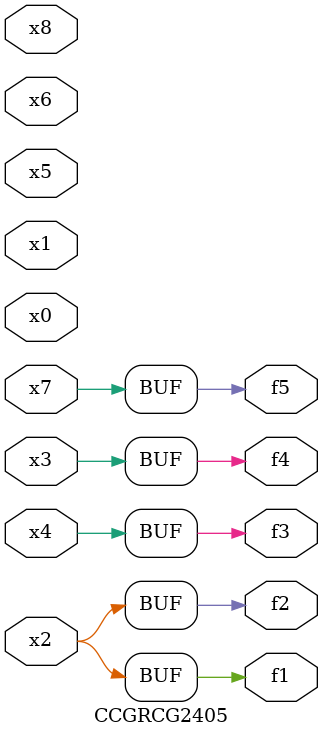
<source format=v>
module CCGRCG2405(
	input x0, x1, x2, x3, x4, x5, x6, x7, x8,
	output f1, f2, f3, f4, f5
);
	assign f1 = x2;
	assign f2 = x2;
	assign f3 = x4;
	assign f4 = x3;
	assign f5 = x7;
endmodule

</source>
